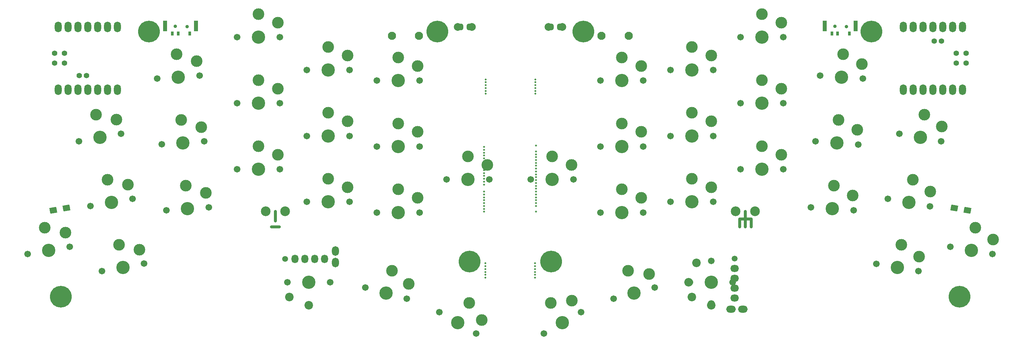
<source format=gts>
G04 #@! TF.GenerationSoftware,KiCad,Pcbnew,9.0.2*
G04 #@! TF.CreationDate,2025-07-22T14:04:35+09:00*
G04 #@! TF.ProjectId,totem+1,746f7465-6d2b-4312-9e6b-696361645f70,0.3*
G04 #@! TF.SameCoordinates,Original*
G04 #@! TF.FileFunction,Soldermask,Top*
G04 #@! TF.FilePolarity,Negative*
%FSLAX46Y46*%
G04 Gerber Fmt 4.6, Leading zero omitted, Abs format (unit mm)*
G04 Created by KiCad (PCBNEW 9.0.2) date 2025-07-22 14:04:35*
%MOMM*%
%LPD*%
G01*
G04 APERTURE LIST*
G04 Aperture macros list*
%AMRotRect*
0 Rectangle, with rotation*
0 The origin of the aperture is its center*
0 $1 length*
0 $2 width*
0 $3 Rotation angle, in degrees counterclockwise*
0 Add horizontal line*
21,1,$1,$2,0,0,$3*%
G04 Aperture macros list end*
%ADD10C,0.750000*%
%ADD11C,1.701800*%
%ADD12C,3.000000*%
%ADD13C,3.429000*%
%ADD14C,0.500000*%
%ADD15C,5.600000*%
%ADD16O,1.800000X2.750000*%
%ADD17C,1.397000*%
%ADD18C,1.500000*%
%ADD19C,2.200000*%
%ADD20O,1.800000X2.200000*%
%ADD21O,1.800000X2.500000*%
%ADD22C,2.500000*%
%ADD23C,0.900000*%
%ADD24R,0.700000X1.000000*%
%ADD25R,1.000000X2.800000*%
%ADD26C,2.100000*%
%ADD27RotRect,1.800000X1.500000X170.000000*%
%ADD28C,1.800000*%
%ADD29O,2.200000X1.800000*%
%ADD30O,2.500000X1.800000*%
%ADD31RotRect,1.800000X1.500000X10.000000*%
%ADD32C,2.000000*%
%ADD33O,1.200000X1.750000*%
G04 APERTURE END LIST*
D10*
X89500000Y-99000000D02*
X89500000Y-101500000D01*
X88500000Y-103000000D02*
X90500000Y-103000000D01*
X210500000Y-99000000D02*
X210500000Y-103000000D01*
X212000000Y-101000000D02*
X212000000Y-103000000D01*
X209000000Y-101000000D02*
X209000000Y-103000000D01*
X209000000Y-101000000D02*
X212000000Y-101000000D01*
D11*
X44838180Y-114436364D03*
D12*
X49221416Y-107621693D03*
D13*
X50254623Y-113481299D03*
D12*
X54527481Y-108920029D03*
D11*
X55671066Y-112526234D03*
X115629205Y-99324989D03*
D12*
X121129205Y-93374989D03*
D13*
X121129205Y-99324989D03*
D12*
X126129205Y-95574989D03*
D11*
X126629205Y-99324989D03*
X133629205Y-90824989D03*
D12*
X139129205Y-84874989D03*
D13*
X139129205Y-90824989D03*
D12*
X144129205Y-87074989D03*
D11*
X144629205Y-90824989D03*
X59044212Y-64830392D03*
D12*
X64115763Y-58511225D03*
D13*
X64530814Y-64446731D03*
D12*
X69257047Y-60357083D03*
D11*
X70017416Y-64063070D03*
D14*
X156392565Y-112434348D03*
X156392565Y-113174348D03*
X156392565Y-113914348D03*
X156392565Y-114654348D03*
X156392565Y-115394348D03*
X156392565Y-116134348D03*
D11*
X79629229Y-71168188D03*
D12*
X85129229Y-65218188D03*
D13*
X85129229Y-71168188D03*
D12*
X90129229Y-67418188D03*
D11*
X90629229Y-71168188D03*
X173253245Y-99324549D03*
D12*
X178753245Y-93374549D03*
D13*
X178753245Y-99324549D03*
D12*
X183753245Y-95574549D03*
D11*
X184253245Y-99324549D03*
X227430087Y-97987331D03*
D12*
X233331740Y-92435486D03*
D13*
X232916689Y-98370992D03*
D12*
X238166096Y-94978909D03*
D11*
X238403291Y-98754653D03*
D15*
X139500000Y-112000000D03*
D16*
X266420000Y-51505000D03*
X263880000Y-51505000D03*
X261340000Y-51505000D03*
X258800000Y-51505000D03*
X256260000Y-51505000D03*
X253720000Y-51505000D03*
X251180000Y-51505000D03*
X251180000Y-67695000D03*
X253720000Y-67695000D03*
X256260000Y-67695000D03*
X258800000Y-67695000D03*
X261340000Y-67695000D03*
X263880000Y-67695000D03*
X266420000Y-67695000D03*
D17*
X267372000Y-58330000D03*
X267372000Y-60870000D03*
X264832000Y-58330000D03*
X264832000Y-60870000D03*
X259117000Y-55155000D03*
X261022000Y-55155000D03*
D11*
X25736122Y-110044413D03*
D12*
X30119358Y-103229742D03*
D13*
X31152565Y-109089348D03*
D12*
X35425423Y-104528078D03*
D11*
X36569008Y-108134283D03*
D18*
X92003165Y-111314348D03*
D11*
X92603165Y-117314348D03*
D13*
X98103165Y-117314348D03*
D11*
X103603165Y-117314348D03*
D19*
X98103165Y-123214348D03*
X93103165Y-121114348D03*
D20*
X102163165Y-111314348D03*
X99623165Y-111314348D03*
X97083165Y-111314348D03*
X94543165Y-111314348D03*
D21*
X105003165Y-109239348D03*
X105003165Y-112239348D03*
D22*
X213000000Y-99000000D03*
D11*
X250136122Y-79059283D03*
D12*
X256585772Y-74154742D03*
D13*
X255552565Y-80014348D03*
D12*
X261127784Y-77189560D03*
D11*
X260969008Y-80969413D03*
D22*
X92000000Y-99000000D03*
D11*
X112714973Y-118665843D03*
D12*
X119567538Y-114342089D03*
D13*
X118027565Y-120089348D03*
D12*
X123827766Y-117761221D03*
D11*
X123340157Y-121512853D03*
X79629229Y-54167968D03*
D12*
X85129229Y-48217968D03*
D13*
X85129229Y-54167968D03*
D12*
X90129229Y-50417968D03*
D11*
X90629229Y-54167968D03*
X263286122Y-108134283D03*
D12*
X269735772Y-103229742D03*
D13*
X268702565Y-109089348D03*
D12*
X274277784Y-106264560D03*
D11*
X274119008Y-110044413D03*
D15*
X34300000Y-121014348D03*
D11*
X191253205Y-96604887D03*
D12*
X196753205Y-90654887D03*
D13*
X196753205Y-96604887D03*
D12*
X201753205Y-92854887D03*
D11*
X202253205Y-96604887D03*
D23*
X63750000Y-51350000D03*
X66750000Y-51400000D03*
D24*
X67500000Y-53200000D03*
X64500000Y-53200000D03*
X63000000Y-53200000D03*
D25*
X69100000Y-51300000D03*
X61150000Y-51300000D03*
D26*
X173500000Y-53850000D03*
X180500000Y-53850000D03*
D15*
X265700000Y-121000000D03*
X243000000Y-52700000D03*
D11*
X176564973Y-121512853D03*
D12*
X180337592Y-114342089D03*
D13*
X181877565Y-120089348D03*
D12*
X185736623Y-115173031D03*
D11*
X187190157Y-118665843D03*
D27*
X267674173Y-98795202D03*
X264325827Y-98204798D03*
D11*
X158664063Y-130514348D03*
D12*
X160452203Y-122611497D03*
D13*
X163427203Y-127764348D03*
D12*
X165882330Y-122016753D03*
D11*
X168190343Y-125014348D03*
X228615963Y-81028523D03*
D12*
X234517616Y-75476678D03*
D13*
X234102565Y-81412184D03*
D12*
X239351972Y-78020101D03*
D11*
X239589167Y-81795845D03*
X173253245Y-65324549D03*
D12*
X178753245Y-59374549D03*
D13*
X178753245Y-65324549D03*
D12*
X183753245Y-61574549D03*
D11*
X184253245Y-65324549D03*
X115629205Y-65324549D03*
D12*
X121129205Y-59374549D03*
D13*
X121129205Y-65324549D03*
D12*
X126129205Y-61574549D03*
D11*
X126629205Y-65324549D03*
X97629241Y-62604447D03*
D12*
X103129241Y-56654447D03*
D13*
X103129241Y-62604447D03*
D12*
X108129241Y-58854447D03*
D11*
X108629241Y-62604447D03*
D23*
X233550000Y-51350000D03*
X236550000Y-51400000D03*
D24*
X237300000Y-53200000D03*
X234300000Y-53200000D03*
X232800000Y-53200000D03*
D25*
X238900000Y-51300000D03*
X230950000Y-51300000D03*
D11*
X60230088Y-81789200D03*
D12*
X65301639Y-75470033D03*
D13*
X65716690Y-81405539D03*
D12*
X70442923Y-77315891D03*
D11*
X71203292Y-81021878D03*
X191253205Y-79604667D03*
D12*
X196753205Y-73654667D03*
D13*
X196753205Y-79604667D03*
D12*
X201753205Y-75854667D03*
D11*
X202253205Y-79604667D03*
X97629241Y-79604667D03*
D12*
X103129241Y-73654667D03*
D13*
X103129241Y-79604667D03*
D12*
X108129241Y-75854667D03*
D11*
X108629241Y-79604667D03*
X247184063Y-95801232D03*
D12*
X253633713Y-90896691D03*
D13*
X252600506Y-96756297D03*
D12*
X258175725Y-93931509D03*
D11*
X258016949Y-97711362D03*
X61415963Y-98748009D03*
D12*
X66487514Y-92428842D03*
D13*
X66902565Y-98364348D03*
D12*
X71628798Y-94274700D03*
D11*
X72389167Y-97980687D03*
X131714425Y-125014348D03*
D12*
X139452565Y-122611497D03*
D13*
X136477565Y-127764348D03*
D12*
X142682692Y-127016753D03*
D11*
X141240705Y-130514348D03*
D15*
X57000000Y-52700000D03*
D11*
X209253165Y-71168188D03*
D12*
X214753165Y-65218188D03*
D13*
X214753165Y-71168188D03*
D12*
X219753165Y-67418188D03*
D11*
X220253165Y-71168188D03*
D14*
X143597565Y-116134348D03*
X143597565Y-115394348D03*
X143597565Y-114654348D03*
X143597565Y-113914348D03*
X143597565Y-113174348D03*
X143597565Y-112434348D03*
D22*
X208000000Y-99000000D03*
D11*
X38934066Y-80952466D03*
D12*
X43317302Y-74137795D03*
D13*
X44350509Y-79997401D03*
D12*
X48623367Y-75436131D03*
D11*
X49766952Y-79042336D03*
X196278165Y-117314348D03*
X201778165Y-111814348D03*
D13*
X201778165Y-117314348D03*
D28*
X201778165Y-122814348D03*
D11*
X207278165Y-117314348D03*
D18*
X207778165Y-111214348D03*
D19*
X195878165Y-117314348D03*
X201778165Y-123214348D03*
X196778165Y-121114348D03*
X197978165Y-112314348D03*
D29*
X207778165Y-121374348D03*
X207778165Y-118834348D03*
X207778165Y-116294348D03*
X207778165Y-113754348D03*
D30*
X209853165Y-124214348D03*
X206853165Y-124214348D03*
D11*
X209253165Y-54167968D03*
D12*
X214753165Y-48217968D03*
D13*
X214753165Y-54167968D03*
D12*
X219753165Y-50417968D03*
D11*
X220253165Y-54167968D03*
D26*
X119500000Y-53850000D03*
X126500000Y-53850000D03*
D11*
X229801838Y-64069714D03*
D12*
X235703491Y-58517869D03*
D13*
X235288440Y-64453375D03*
D12*
X240537847Y-61061292D03*
D11*
X240775042Y-64837036D03*
X244232008Y-112543180D03*
D12*
X250681658Y-107638639D03*
D13*
X249648451Y-113498245D03*
D12*
X255223670Y-110673457D03*
D11*
X255064894Y-114453310D03*
D14*
X156625000Y-82114348D03*
X156625000Y-83594348D03*
X156625000Y-84334348D03*
X156625000Y-85074348D03*
X156625000Y-85814348D03*
X156625000Y-86554348D03*
X156625000Y-87294348D03*
X156625000Y-88034348D03*
X156625000Y-88774348D03*
X156625000Y-89514348D03*
X156625000Y-90254348D03*
X156625000Y-90994348D03*
X156625000Y-91734348D03*
X156625000Y-92474348D03*
X156625000Y-93214348D03*
X156625000Y-93954348D03*
X156625000Y-94694348D03*
X156625000Y-95434348D03*
X156625000Y-96174348D03*
X156625000Y-96914348D03*
X156625000Y-97654348D03*
X156625000Y-99134348D03*
D31*
X32325827Y-98795202D03*
X35674173Y-98204798D03*
D11*
X209253165Y-88168408D03*
D12*
X214753165Y-82218408D03*
D13*
X214753165Y-88168408D03*
D12*
X219753165Y-84418408D03*
D11*
X220253165Y-88168408D03*
D14*
X156422565Y-65034348D03*
X156422565Y-65774348D03*
X156422565Y-66514348D03*
X156422565Y-67254348D03*
X156422565Y-67994348D03*
X156422565Y-68734348D03*
X143270414Y-86134348D03*
X143270414Y-85394348D03*
X143270414Y-84654348D03*
X143270414Y-83914348D03*
X143270414Y-83174348D03*
X143270414Y-82434348D03*
D32*
X136509000Y-51540000D03*
D33*
X137309000Y-51540000D03*
X139309000Y-51540000D03*
D32*
X140109000Y-51540000D03*
D11*
X97629241Y-96604887D03*
D12*
X103129241Y-90654887D03*
D13*
X103129241Y-96604887D03*
D12*
X108129241Y-92854887D03*
D11*
X108629241Y-96604887D03*
D14*
X143270414Y-92134348D03*
X143270414Y-91394348D03*
X143270414Y-90654348D03*
X143270414Y-89914348D03*
X143270414Y-89174348D03*
X143270414Y-88434348D03*
D22*
X87000000Y-99000000D03*
D15*
X160500000Y-112000000D03*
D14*
X143270414Y-99134348D03*
X143270414Y-98394348D03*
X143270414Y-97654348D03*
X143270414Y-96914348D03*
X143270414Y-96174348D03*
X143270414Y-95434348D03*
X143270414Y-94694348D03*
X143270414Y-93954348D03*
D11*
X115629205Y-82324769D03*
D12*
X121129205Y-76374769D03*
D13*
X121129205Y-82324769D03*
D12*
X126129205Y-78574769D03*
D11*
X126629205Y-82324769D03*
X79629229Y-88168408D03*
D12*
X85129229Y-82218408D03*
D13*
X85129229Y-88168408D03*
D12*
X90129229Y-84418408D03*
D11*
X90629229Y-88168408D03*
X41886122Y-97694413D03*
D12*
X46269358Y-90879742D03*
D13*
X47302565Y-96739348D03*
D12*
X51575423Y-92178078D03*
D11*
X52719008Y-95784283D03*
D15*
X131200000Y-52700000D03*
D11*
X155253245Y-90824549D03*
D12*
X160753245Y-84874549D03*
D13*
X160753245Y-90824549D03*
D12*
X165753245Y-87074549D03*
D11*
X166253245Y-90824549D03*
D32*
X159809000Y-51540000D03*
D33*
X160609000Y-51540000D03*
X162609000Y-51540000D03*
D32*
X163409000Y-51540000D03*
D11*
X191253205Y-62604447D03*
D12*
X196753205Y-56654447D03*
D13*
X196753205Y-62604447D03*
D12*
X201753205Y-58854447D03*
D11*
X202253205Y-62604447D03*
X173253245Y-82324549D03*
D12*
X178753245Y-76374549D03*
D13*
X178753245Y-82324549D03*
D12*
X183753245Y-78574549D03*
D11*
X184253245Y-82324549D03*
D14*
X143627565Y-68734348D03*
X143627565Y-67994348D03*
X143627565Y-67254348D03*
X143627565Y-66514348D03*
X143627565Y-65774348D03*
X143627565Y-65034348D03*
D16*
X33580000Y-67695000D03*
X36120000Y-67695000D03*
X38660000Y-67695000D03*
X41200000Y-67695000D03*
X43740000Y-67695000D03*
X46280000Y-67695000D03*
X48820000Y-67695000D03*
X48820000Y-51505000D03*
X46280000Y-51505000D03*
X43740000Y-51505000D03*
X41200000Y-51505000D03*
X38660000Y-51505000D03*
X36120000Y-51505000D03*
X33580000Y-51505000D03*
D17*
X32628000Y-60870000D03*
X32628000Y-58330000D03*
X35168000Y-60870000D03*
X35168000Y-58330000D03*
X40883000Y-64045000D03*
X38978000Y-64045000D03*
D15*
X168800000Y-52700000D03*
M02*

</source>
